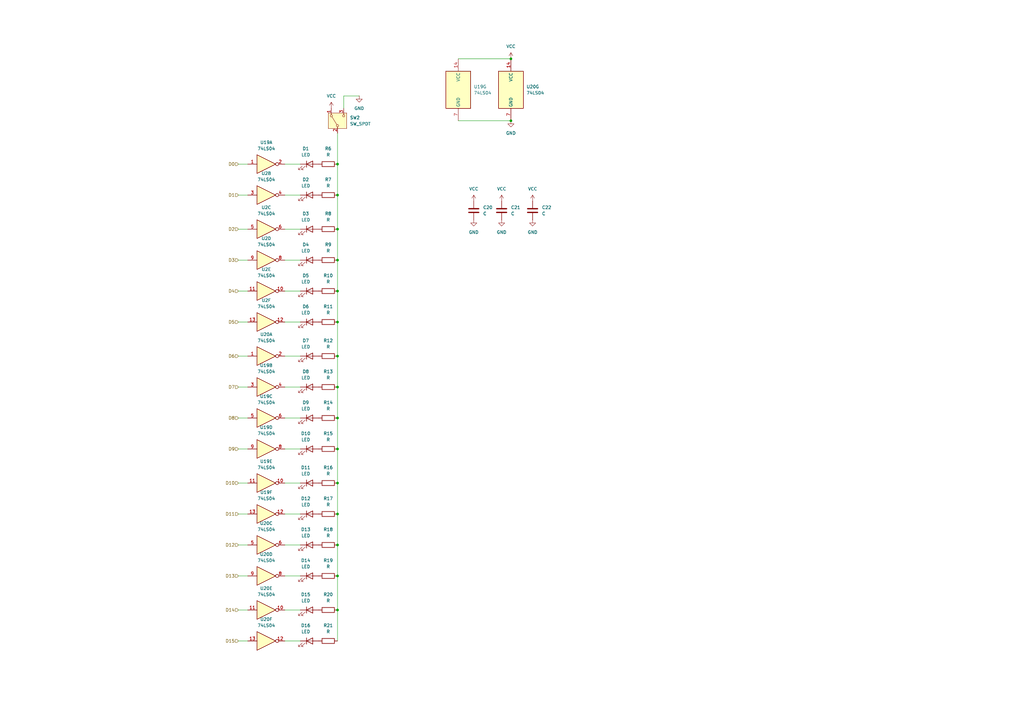
<source format=kicad_sch>
(kicad_sch (version 20231120) (generator "eeschema") (generator_version "8.0")
  (paper "A3")
  (lib_symbols
    (symbol "74xx:74LS04"
      (property "Reference" "U" (at 0 1.27 0))
      (property "Value" "74LS04" (at 0 -1.27 0))
      (symbol "74LS04_1_0"
        (polyline (pts (xy -3.81 3.81) (xy -3.81 -3.81) (xy 3.81 0) (xy -3.81 3.81)) (stroke (width 0.254)) (fill (type background)))
        (pin input line (at -7.62 0 0) (length 3.81) (name "~") (number "1"))
        (pin output inverted (at 7.62 0 180) (length 3.81) (name "~") (number "2"))
      )
      (symbol "74LS04_2_0"
        (polyline (pts (xy -3.81 3.81) (xy -3.81 -3.81) (xy 3.81 0) (xy -3.81 3.81)) (stroke (width 0.254)) (fill (type background)))
        (pin input line (at -7.62 0 0) (length 3.81) (name "~") (number "3"))
        (pin output inverted (at 7.62 0 180) (length 3.81) (name "~") (number "4"))
      )
      (symbol "74LS04_3_0"
        (polyline (pts (xy -3.81 3.81) (xy -3.81 -3.81) (xy 3.81 0) (xy -3.81 3.81)) (stroke (width 0.254)) (fill (type background)))
        (pin input line (at -7.62 0 0) (length 3.81) (name "~") (number "5"))
        (pin output inverted (at 7.62 0 180) (length 3.81) (name "~") (number "6"))
      )
      (symbol "74LS04_4_0"
        (polyline (pts (xy -3.81 3.81) (xy -3.81 -3.81) (xy 3.81 0) (xy -3.81 3.81)) (stroke (width 0.254)) (fill (type background)))
        (pin output inverted (at 7.62 0 180) (length 3.81) (name "~") (number "8"))
        (pin input line (at -7.62 0 0) (length 3.81) (name "~") (number "9"))
      )
      (symbol "74LS04_5_0"
        (polyline (pts (xy -3.81 3.81) (xy -3.81 -3.81) (xy 3.81 0) (xy -3.81 3.81)) (stroke (width 0.254)) (fill (type background)))
        (pin output inverted (at 7.62 0 180) (length 3.81) (name "~") (number "10"))
        (pin input line (at -7.62 0 0) (length 3.81) (name "~") (number "11"))
      )
      (symbol "74LS04_6_0"
        (polyline (pts (xy -3.81 3.81) (xy -3.81 -3.81) (xy 3.81 0) (xy -3.81 3.81)) (stroke (width 0.254)) (fill (type background)))
        (pin output inverted (at 7.62 0 180) (length 3.81) (name "~") (number "12"))
        (pin input line (at -7.62 0 0) (length 3.81) (name "~") (number "13"))
      )
      (symbol "74LS04_7_0"
        (pin power_in line (at 0 12.7 270) (length 5.08) (name "VCC") (number "14"))
        (pin power_in line (at 0 -12.7 90) (length 5.08) (name "GND") (number "7"))
      )
      (symbol "74LS04_7_1"
        (rectangle (start -5.08 7.62) (end 5.08 -7.62) (stroke (width 0.254)) (fill (type background)))
      )
    )
    (symbol "Device:C" (pin_numbers hide) (pin_names (offset 0.254))
      (property "Reference" "C" (at 0.635 2.54 0))
      (property "Value" "C" (at 0.635 -2.54 0))
      (symbol "C_0_1"
        (polyline (pts (xy -2.032 -0.762) (xy 2.032 -0.762)) (stroke (width 0.508)))
        (polyline (pts (xy -2.032 0.762) (xy 2.032 0.762)) (stroke (width 0.508)))
      )
      (symbol "C_1_1"
        (pin passive line (at 0 3.81 270) (length 2.794) (name "~") (number "1"))
        (pin passive line (at 0 -3.81 90) (length 2.794) (name "~") (number "2"))
      )
    )
    (symbol "Device:LED" (pin_numbers hide) (pin_names (offset 1.016) hide)
      (property "Reference" "D" (at 0 2.54 0))
      (property "Value" "LED" (at 0 -2.54 0))
      (symbol "LED_0_1"
        (polyline (pts (xy -1.27 -1.27) (xy -1.27 1.27)) (stroke (width 0.254)))
        (polyline (pts (xy -1.27 0) (xy 1.27 0)))
        (polyline (pts (xy 1.27 -1.27) (xy 1.27 1.27) (xy -1.27 0) (xy 1.27 -1.27)) (stroke (width 0.254)))
        (polyline (pts (xy -3.048 -0.762) (xy -4.572 -2.286) (xy -3.81 -2.286) (xy -4.572 -2.286) (xy -4.572 -1.524)))
        (polyline (pts (xy -1.778 -0.762) (xy -3.302 -2.286) (xy -2.54 -2.286) (xy -3.302 -2.286) (xy -3.302 -1.524)))
      )
      (symbol "LED_1_1"
        (pin passive line (at -3.81 0 0) (length 2.54) (name "K") (number "1"))
        (pin passive line (at 3.81 0 180) (length 2.54) (name "A") (number "2"))
      )
    )
    (symbol "Device:R" (pin_numbers hide) (pin_names (offset 0))
      (property "Reference" "R" (at 2.032 0 90))
      (property "Value" "R" (at 0 0 90))
      (symbol "R_0_1"
        (rectangle (start -1.016 -2.54) (end 1.016 2.54) (stroke (width 0.254)))
      )
      (symbol "R_1_1"
        (pin passive line (at 0 3.81 270) (length 1.27) (name "~") (number "1"))
        (pin passive line (at 0 -3.81 90) (length 1.27) (name "~") (number "2"))
      )
    )
    (symbol "Switch:SW_SPDT" (pin_names (offset 0) hide)
      (property "Reference" "SW" (at 0 5.08 0))
      (property "Value" "SW_SPDT" (at 0 -5.08 0))
      (symbol "SW_SPDT_0_1"
        (circle (center -2.032 0) (radius 0.4572))
        (polyline (pts (xy -1.651 0.254) (xy 1.651 2.286)))
        (circle (center 2.032 -2.54) (radius 0.4572))
        (circle (center 2.032 2.54) (radius 0.4572))
      )
      (symbol "SW_SPDT_1_1"
        (rectangle (start -3.175 3.81) (end 3.175 -3.81) (fill (type background)))
        (pin passive line (at 5.08 2.54 180) (length 2.54) (name "A") (number "1"))
        (pin passive line (at -5.08 0 0) (length 2.54) (name "B") (number "2"))
        (pin passive line (at 5.08 -2.54 180) (length 2.54) (name "C") (number "3"))
      )
    )
    (symbol "power:GND" (power) (pin_numbers hide) (pin_names (offset 0) hide)
      (property "Value" "GND" (at 0 -3.81 0))
      (symbol "GND_0_1"
        (polyline (pts (xy 0 0) (xy 0 -1.27) (xy 1.27 -1.27) (xy 0 -2.54) (xy -1.27 -1.27) (xy 0 -1.27)))
      )
      (symbol "GND_1_1"
        (pin power_in line (at 0 0 270) (length 0) (name "~") (number "1"))
      )
    )
    (symbol "power:VCC" (power) (pin_numbers hide) (pin_names (offset 0) hide)
      (property "Value" "VCC" (at 0 3.556 0))
      (symbol "VCC_0_1"
        (polyline (pts (xy -0.762 1.27) (xy 0 2.54)))
        (polyline (pts (xy 0 0) (xy 0 2.54)))
        (polyline (pts (xy 0 2.54) (xy 0.762 1.27)))
      )
      (symbol "VCC_1_1"
        (pin power_in line (at 0 0 90) (length 0) (name "~") (number "1"))
      )
    )
  )
  (junction (at 138.43 146.05))
  (junction (at 138.43 171.45))
  (junction (at 138.43 106.68))
  (junction (at 138.43 67.31))
  (junction (at 138.43 210.82))
  (junction (at 138.43 158.75))
  (junction (at 138.43 250.19))
  (junction (at 138.43 119.38))
  (junction (at 138.43 236.22))
  (junction (at 138.43 184.15))
  (junction (at 209.55 49.53))
  (junction (at 138.43 223.52))
  (junction (at 138.43 198.12))
  (junction (at 138.43 93.98))
  (junction (at 138.43 132.08))
  (junction (at 138.43 80.01))
  (junction (at 209.55 24.13))
  (wire (pts (xy 138.43 171.45) (xy 138.43 184.15)))
  (wire (pts (xy 138.43 158.75) (xy 138.43 171.45)))
  (wire (pts (xy 116.84 132.08) (xy 123.19 132.08)))
  (wire (pts (xy 116.84 106.68) (xy 123.19 106.68)))
  (wire (pts (xy 116.84 67.31) (xy 123.19 67.31)))
  (wire (pts (xy 116.84 80.01) (xy 123.19 80.01)))
  (wire (pts (xy 138.43 132.08) (xy 138.43 146.05)))
  (wire (pts (xy 97.79 262.89) (xy 101.6 262.89)))
  (wire (pts (xy 138.43 67.31) (xy 138.43 80.01)))
  (wire (pts (xy 116.84 250.19) (xy 123.19 250.19)))
  (wire (pts (xy 97.79 184.15) (xy 101.6 184.15)))
  (wire (pts (xy 116.84 210.82) (xy 123.19 210.82)))
  (wire (pts (xy 138.43 184.15) (xy 138.43 198.12)))
  (wire (pts (xy 97.79 198.12) (xy 101.6 198.12)))
  (wire (pts (xy 97.79 223.52) (xy 101.6 223.52)))
  (wire (pts (xy 116.84 171.45) (xy 123.19 171.45)))
  (wire (pts (xy 116.84 146.05) (xy 123.19 146.05)))
  (wire (pts (xy 138.43 250.19) (xy 138.43 262.89)))
  (wire (pts (xy 97.79 210.82) (xy 101.6 210.82)))
  (wire (pts (xy 116.84 236.22) (xy 123.19 236.22)))
  (wire (pts (xy 97.79 146.05) (xy 101.6 146.05)))
  (wire (pts (xy 187.96 49.53) (xy 209.55 49.53)))
  (wire (pts (xy 138.43 236.22) (xy 138.43 250.19)))
  (wire (pts (xy 138.43 223.52) (xy 138.43 236.22)))
  (wire (pts (xy 97.79 93.98) (xy 101.6 93.98)))
  (wire (pts (xy 138.43 93.98) (xy 138.43 106.68)))
  (wire (pts (xy 97.79 236.22) (xy 101.6 236.22)))
  (wire (pts (xy 116.84 119.38) (xy 123.19 119.38)))
  (wire (pts (xy 187.96 24.13) (xy 209.55 24.13)))
  (wire (pts (xy 138.43 146.05) (xy 138.43 158.75)))
  (wire (pts (xy 97.79 171.45) (xy 101.6 171.45)))
  (wire (pts (xy 116.84 158.75) (xy 123.19 158.75)))
  (wire (pts (xy 97.79 106.68) (xy 101.6 106.68)))
  (wire (pts (xy 97.79 132.08) (xy 101.6 132.08)))
  (wire (pts (xy 97.79 158.75) (xy 101.6 158.75)))
  (wire (pts (xy 138.43 80.01) (xy 138.43 93.98)))
  (wire (pts (xy 116.84 184.15) (xy 123.19 184.15)))
  (wire (pts (xy 140.97 44.45) (xy 140.97 39.37)))
  (wire (pts (xy 138.43 54.61) (xy 138.43 67.31)))
  (wire (pts (xy 116.84 198.12) (xy 123.19 198.12)))
  (wire (pts (xy 138.43 119.38) (xy 138.43 132.08)))
  (wire (pts (xy 116.84 262.89) (xy 123.19 262.89)))
  (wire (pts (xy 138.43 106.68) (xy 138.43 119.38)))
  (wire (pts (xy 116.84 93.98) (xy 123.19 93.98)))
  (wire (pts (xy 97.79 119.38) (xy 101.6 119.38)))
  (wire (pts (xy 140.97 39.37) (xy 147.32 39.37)))
  (wire (pts (xy 97.79 80.01) (xy 101.6 80.01)))
  (wire (pts (xy 138.43 210.82) (xy 138.43 223.52)))
  (wire (pts (xy 97.79 67.31) (xy 101.6 67.31)))
  (wire (pts (xy 97.79 250.19) (xy 101.6 250.19)))
  (wire (pts (xy 116.84 223.52) (xy 123.19 223.52)))
  (wire (pts (xy 138.43 198.12) (xy 138.43 210.82)))
  (hierarchical_label "D5" (shape input) (at 97.79 132.08 180))
  (hierarchical_label "D6" (shape input) (at 97.79 146.05 180))
  (hierarchical_label "D2" (shape input) (at 97.79 93.98 180))
  (hierarchical_label "D14" (shape input) (at 97.79 250.19 180))
  (hierarchical_label "D15" (shape input) (at 97.79 262.89 180))
  (hierarchical_label "D0" (shape input) (at 97.79 67.31 180))
  (hierarchical_label "D7" (shape input) (at 97.79 158.75 180))
  (hierarchical_label "D10" (shape input) (at 97.79 198.12 180))
  (hierarchical_label "D13" (shape input) (at 97.79 236.22 180))
  (hierarchical_label "D1" (shape input) (at 97.79 80.01 180))
  (hierarchical_label "D4" (shape input) (at 97.79 119.38 180))
  (hierarchical_label "D8" (shape input) (at 97.79 171.45 180))
  (hierarchical_label "D12" (shape input) (at 97.79 223.52 180))
  (hierarchical_label "D11" (shape input) (at 97.79 210.82 180))
  (hierarchical_label "D3" (shape input) (at 97.79 106.68 180))
  (hierarchical_label "D9" (shape input) (at 97.79 184.15 180))
  (symbol (lib_id "Device:R") (at 134.62 106.68 90) (unit 1)
    (property "Reference" "R9" (at 134.62 100.33 90))
    (property "Value" "R" (at 134.62 102.87 90))
    (property "Footprint" "Resistor_SMD:R_0805_2012Metric" (effects (hide yes)))
    (property "Description" "Resistor" (effects (hide yes)))
    (instances (project "pcb_proc_ram" (path "" (reference "R9") (unit 1)) (path "" (reference "R25") (unit 1))) (project "" (path "" (reference "R?") (unit 1))))
  )
  (symbol (lib_id "Device:C") (at 205.74 86.36 0) (unit 1)
    (property "Reference" "C21" (at 209.55 85.0899 0) (effects (justify left)))
    (property "Value" "C" (at 209.55 87.6299 0) (effects (justify left)))
    (property "Footprint" "Capacitor_SMD:C_0805_2012Metric" (effects (hide yes)))
    (property "Description" "Unpolarized capacitor" (effects (hide yes)))
    (instances (project "pcb_proc_ram" (path "" (reference "C21") (unit 1)) (path "" (reference "C24") (unit 1))) (project "" (path "" (reference "C?") (unit 1))))
  )
  (symbol (lib_id "Device:R") (at 134.62 262.89 90) (unit 1)
    (property "Reference" "R21" (at 134.62 256.54 90))
    (property "Value" "R" (at 134.62 259.08 90))
    (property "Footprint" "Resistor_SMD:R_0805_2012Metric" (effects (hide yes)))
    (property "Description" "Resistor" (effects (hide yes)))
    (instances (project "pcb_proc_ram" (path "" (reference "R21") (unit 1)) (path "" (reference "R37") (unit 1))) (project "" (path "" (reference "R?") (unit 1))))
  )
  (symbol (lib_id "Device:LED") (at 127 158.75 0) (unit 1)
    (property "Reference" "D8" (at 125.4125 152.4 0))
    (property "Value" "LED" (at 125.4125 154.94 0))
    (property "Footprint" "LED_THT:LED_Rectangular_W5.0mm_H2.0mm" (effects (hide yes)))
    (property "Description" "Light emitting diode" (effects (hide yes)))
    (instances (project "pcb_proc_ram" (path "" (reference "D8") (unit 1)) (path "" (reference "D24") (unit 1))) (project "" (path "" (reference "D?") (unit 1))))
  )
  (symbol (lib_id "Device:R") (at 134.62 93.98 90) (unit 1)
    (property "Reference" "R8" (at 134.62 87.63 90))
    (property "Value" "R" (at 134.62 90.17 90))
    (property "Footprint" "Resistor_SMD:R_0805_2012Metric" (effects (hide yes)))
    (property "Description" "Resistor" (effects (hide yes)))
    (instances (project "pcb_proc_ram" (path "" (reference "R8") (unit 1)) (path "" (reference "R24") (unit 1))) (project "" (path "" (reference "R?") (unit 1))))
  )
  (symbol (lib_id "power:GND") (at 209.55 49.53 0) (unit 1)
    (property "Reference" "#PWR0102" (effects (hide yes)))
    (property "Value" "GND" (at 209.55 54.61 0))
    (property "Description" "Power symbol creates a global label with name \"GND\" , ground" (effects (hide yes)))
    (instances (project "pcb_proc_ram" (path "" (reference "#PWR0102") (unit 1)) (path "" (reference "#PWR0112") (unit 1))) (project "" (path "" (reference "#PWR?") (unit 1))))
  )
  (symbol (lib_id "74xx:74LS04") (at 209.55 36.83 0) (unit 7)
    (property "Reference" "U20" (at 215.9 35.5599 0) (effects (justify left)))
    (property "Value" "74LS04" (at 215.9 38.0999 0) (effects (justify left)))
    (property "Footprint" "Package_DIP:DIP-14_W7.62mm_Socket_LongPads" (effects (hide yes)))
    (property "Datasheet" "http://www.ti.com/lit/gpn/sn74LS04" (effects (hide yes)))
    (property "Description" "Hex Inverter" (effects (hide yes)))
    (instances (project "pcb_proc_ram" (path "" (reference "U20") (unit 7)) (path "" (reference "U23") (unit 7))) (project "" (path "" (reference "U?") (unit 7))))
  )
  (symbol (lib_id "Device:LED") (at 127 262.89 0) (unit 1)
    (property "Reference" "D16" (at 125.4125 256.54 0))
    (property "Value" "LED" (at 125.4125 259.08 0))
    (property "Footprint" "LED_THT:LED_Rectangular_W5.0mm_H2.0mm" (effects (hide yes)))
    (property "Description" "Light emitting diode" (effects (hide yes)))
    (instances (project "pcb_proc_ram" (path "" (reference "D16") (unit 1)) (path "" (reference "D32") (unit 1))) (project "" (path "" (reference "D?") (unit 1))))
  )
  (symbol (lib_id "Device:LED") (at 127 132.08 0) (unit 1)
    (property "Reference" "D6" (at 125.4125 125.73 0))
    (property "Value" "LED" (at 125.4125 128.27 0))
    (property "Footprint" "LED_THT:LED_Rectangular_W5.0mm_H2.0mm" (effects (hide yes)))
    (property "Description" "Light emitting diode" (effects (hide yes)))
    (instances (project "pcb_proc_ram" (path "" (reference "D6") (unit 1)) (path "" (reference "D22") (unit 1))) (project "" (path "" (reference "D?") (unit 1))))
  )
  (symbol (lib_id "Device:LED") (at 127 171.45 0) (unit 1)
    (property "Reference" "D9" (at 125.4125 165.1 0))
    (property "Value" "LED" (at 125.4125 167.64 0))
    (property "Footprint" "LED_THT:LED_Rectangular_W5.0mm_H2.0mm" (effects (hide yes)))
    (property "Description" "Light emitting diode" (effects (hide yes)))
    (instances (project "pcb_proc_ram" (path "" (reference "D9") (unit 1)) (path "" (reference "D25") (unit 1))) (project "" (path "" (reference "D?") (unit 1))))
  )
  (symbol (lib_id "power:VCC") (at 209.55 24.13 0) (unit 1)
    (property "Reference" "#PWR099" (effects (hide yes)))
    (property "Value" "VCC" (at 209.55 19.05 0))
    (property "Description" "Power symbol creates a global label with name \"VCC\"" (effects (hide yes)))
    (instances (project "pcb_proc_ram" (path "" (reference "#PWR099") (unit 1)) (path "" (reference "#PWR0109") (unit 1))) (project "" (path "" (reference "#PWR?") (unit 1))))
  )
  (symbol (lib_id "Device:R") (at 134.62 132.08 90) (unit 1)
    (property "Reference" "R11" (at 134.62 125.73 90))
    (property "Value" "R" (at 134.62 128.27 90))
    (property "Footprint" "Resistor_SMD:R_0805_2012Metric" (effects (hide yes)))
    (property "Description" "Resistor" (effects (hide yes)))
    (instances (project "pcb_proc_ram" (path "" (reference "R11") (unit 1)) (path "" (reference "R27") (unit 1))) (project "" (path "" (reference "R?") (unit 1))))
  )
  (symbol (lib_id "power:GND") (at 218.44 90.17 0) (unit 1)
    (property "Reference" "#PWR0108" (effects (hide yes)))
    (property "Value" "GND" (at 218.44 95.25 0))
    (property "Description" "Power symbol creates a global label with name \"GND\" , ground" (effects (hide yes)))
    (instances (project "pcb_proc_ram" (path "" (reference "#PWR0108") (unit 1)) (path "" (reference "#PWR0118") (unit 1))) (project "" (path "" (reference "#PWR?") (unit 1))))
  )
  (symbol (lib_id "74xx:74LS04") (at 109.22 67.31 0) (unit 1)
    (property "Reference" "U19" (at 109.22 58.42 0))
    (property "Value" "74LS04" (at 109.22 60.96 0))
    (property "Footprint" "Package_DIP:DIP-14_W7.62mm_Socket_LongPads" (effects (hide yes)))
    (property "Datasheet" "http://www.ti.com/lit/gpn/sn74LS04" (effects (hide yes)))
    (property "Description" "Hex Inverter" (effects (hide yes)))
    (instances (project "pcb_proc_ram" (path "" (reference "U19") (unit 1)) (path "" (reference "U21") (unit 1))) (project "" (path "" (reference "U?") (unit 1))))
  )
  (symbol (lib_id "power:GND") (at 194.31 90.17 0) (unit 1)
    (property "Reference" "#PWR0106" (effects (hide yes)))
    (property "Value" "GND" (at 194.31 95.25 0))
    (property "Description" "Power symbol creates a global label with name \"GND\" , ground" (effects (hide yes)))
    (instances (project "pcb_proc_ram" (path "" (reference "#PWR0106") (unit 1)) (path "" (reference "#PWR0116") (unit 1))) (project "" (path "" (reference "#PWR?") (unit 1))))
  )
  (symbol (lib_id "74xx:74LS04") (at 187.96 36.83 0) (unit 7)
    (property "Reference" "U19" (at 194.31 35.5599 0) (effects (justify left)))
    (property "Value" "74LS04" (at 194.31 38.0999 0) (effects (justify left)))
    (property "Footprint" "Package_DIP:DIP-14_W7.62mm_Socket_LongPads" (effects (hide yes)))
    (property "Datasheet" "http://www.ti.com/lit/gpn/sn74LS04" (effects (hide yes)))
    (property "Description" "Hex Inverter" (effects (hide yes)))
    (instances (project "pcb_proc_ram" (path "" (reference "U19") (unit 7)) (path "" (reference "U22") (unit 7))) (project "" (path "" (reference "U?") (unit 7))))
  )
  (symbol (lib_id "Device:LED") (at 127 106.68 0) (unit 1)
    (property "Reference" "D4" (at 125.4125 100.33 0))
    (property "Value" "LED" (at 125.4125 102.87 0))
    (property "Footprint" "LED_THT:LED_Rectangular_W5.0mm_H2.0mm" (effects (hide yes)))
    (property "Description" "Light emitting diode" (effects (hide yes)))
    (instances (project "pcb_proc_ram" (path "" (reference "D4") (unit 1)) (path "" (reference "D20") (unit 1))) (project "" (path "" (reference "D?") (unit 1))))
  )
  (symbol (lib_id "74xx:74LS04") (at 109.22 146.05 0) (unit 1)
    (property "Reference" "U20" (at 109.22 137.16 0))
    (property "Value" "74LS04" (at 109.22 139.7 0))
    (property "Footprint" "Package_DIP:DIP-14_W7.62mm_LongPads" (effects (hide yes)))
    (property "Datasheet" "http://www.ti.com/lit/gpn/sn74LS04" (effects (hide yes)))
    (property "Description" "Hex Inverter" (effects (hide yes)))
    (instances (project "pcb_proc_ram" (path "" (reference "U20") (unit 1)) (path "" (reference "U22") (unit 1))) (project "" (path "" (reference "U?") (unit 1))))
  )
  (symbol (lib_id "power:VCC") (at 205.74 82.55 0) (unit 1)
    (property "Reference" "#PWR0104" (effects (hide yes)))
    (property "Value" "VCC" (at 205.74 77.47 0))
    (property "Description" "Power symbol creates a global label with name \"VCC\"" (effects (hide yes)))
    (instances (project "pcb_proc_ram" (path "" (reference "#PWR0104") (unit 1)) (path "" (reference "#PWR0114") (unit 1))) (project "" (path "" (reference "#PWR?") (unit 1))))
  )
  (symbol (lib_id "power:VCC") (at 135.89 44.45 0) (unit 1)
    (property "Reference" "#PWR0101" (effects (hide yes)))
    (property "Value" "VCC" (at 135.89 39.37 0))
    (property "Description" "Power symbol creates a global label with name \"VCC\"" (effects (hide yes)))
    (instances (project "pcb_proc_ram" (path "" (reference "#PWR0101") (unit 1)) (path "" (reference "#PWR0111") (unit 1))) (project "" (path "" (reference "#PWR?") (unit 1))))
  )
  (symbol (lib_id "Device:R") (at 134.62 223.52 90) (unit 1)
    (property "Reference" "R18" (at 134.62 217.17 90))
    (property "Value" "R" (at 134.62 219.71 90))
    (property "Footprint" "Resistor_SMD:R_0805_2012Metric" (effects (hide yes)))
    (property "Description" "Resistor" (effects (hide yes)))
    (instances (project "pcb_proc_ram" (path "" (reference "R18") (unit 1)) (path "" (reference "R34") (unit 1))) (project "" (path "" (reference "R?") (unit 1))))
  )
  (symbol (lib_id "Device:R") (at 134.62 80.01 90) (unit 1)
    (property "Reference" "R7" (at 134.62 73.66 90))
    (property "Value" "R" (at 134.62 76.2 90))
    (property "Footprint" "Resistor_SMD:R_0805_2012Metric" (effects (hide yes)))
    (property "Description" "Resistor" (effects (hide yes)))
    (instances (project "pcb_proc_ram" (path "" (reference "R7") (unit 1)) (path "" (reference "R23") (unit 1))) (project "" (path "" (reference "R?") (unit 1))))
  )
  (symbol (lib_id "74xx:74LS04") (at 109.22 106.68 0) (unit 4)
    (property "Reference" "U2" (at 109.22 97.79 0))
    (property "Value" "74LS04" (at 109.22 100.33 0))
    (property "Footprint" "Package_DIP:DIP-14_W7.62mm_Socket_LongPads" (effects (hide yes)))
    (property "Datasheet" "http://www.ti.com/lit/gpn/sn74LS04" (effects (hide yes)))
    (property "Description" "Hex Inverter" (effects (hide yes)))
    (instances (project "pcb_proc_ram" (path "" (reference "U2") (unit 4)) (path "" (reference "U21") (unit 4))) (project "" (path "" (reference "U?") (unit 4))))
  )
  (symbol (lib_id "Device:R") (at 134.62 184.15 90) (unit 1)
    (property "Reference" "R15" (at 134.62 177.8 90))
    (property "Value" "R" (at 134.62 180.34 90))
    (property "Footprint" "Resistor_SMD:R_0805_2012Metric" (effects (hide yes)))
    (property "Description" "Resistor" (effects (hide yes)))
    (instances (project "pcb_proc_ram" (path "" (reference "R15") (unit 1)) (path "" (reference "R31") (unit 1))) (project "" (path "" (reference "R?") (unit 1))))
  )
  (symbol (lib_id "Device:LED") (at 127 236.22 0) (unit 1)
    (property "Reference" "D14" (at 125.4125 229.87 0))
    (property "Value" "LED" (at 125.4125 232.41 0))
    (property "Footprint" "LED_THT:LED_Rectangular_W5.0mm_H2.0mm" (effects (hide yes)))
    (property "Description" "Light emitting diode" (effects (hide yes)))
    (instances (project "pcb_proc_ram" (path "" (reference "D14") (unit 1)) (path "" (reference "D30") (unit 1))) (project "" (path "" (reference "D?") (unit 1))))
  )
  (symbol (lib_id "74xx:74LS04") (at 109.22 198.12 0) (unit 5)
    (property "Reference" "U19" (at 109.22 189.23 0))
    (property "Value" "74LS04" (at 109.22 191.77 0))
    (property "Footprint" "Package_DIP:DIP-14_W7.62mm_LongPads" (effects (hide yes)))
    (property "Datasheet" "http://www.ti.com/lit/gpn/sn74LS04" (effects (hide yes)))
    (property "Description" "Hex Inverter" (effects (hide yes)))
    (instances (project "pcb_proc_ram" (path "" (reference "U19") (unit 5)) (path "" (reference "U22") (unit 5))) (project "" (path "" (reference "U?") (unit 5))))
  )
  (symbol (lib_id "power:GND") (at 147.32 39.37 0) (unit 1)
    (property "Reference" "#PWR0100" (effects (hide yes)))
    (property "Value" "GND" (at 147.32 44.45 0))
    (property "Description" "Power symbol creates a global label with name \"GND\" , ground" (effects (hide yes)))
    (instances (project "pcb_proc_ram" (path "" (reference "#PWR0100") (unit 1)) (path "" (reference "#PWR0110") (unit 1))) (project "" (path "" (reference "#PWR?") (unit 1))))
  )
  (symbol (lib_id "power:VCC") (at 218.44 82.55 0) (unit 1)
    (property "Reference" "#PWR0105" (effects (hide yes)))
    (property "Value" "VCC" (at 218.44 77.47 0))
    (property "Description" "Power symbol creates a global label with name \"VCC\"" (effects (hide yes)))
    (instances (project "pcb_proc_ram" (path "" (reference "#PWR0105") (unit 1)) (path "" (reference "#PWR0115") (unit 1))) (project "" (path "" (reference "#PWR?") (unit 1))))
  )
  (symbol (lib_id "Device:LED") (at 127 119.38 0) (unit 1)
    (property "Reference" "D5" (at 125.4125 113.03 0))
    (property "Value" "LED" (at 125.4125 115.57 0))
    (property "Footprint" "LED_THT:LED_Rectangular_W5.0mm_H2.0mm" (effects (hide yes)))
    (property "Description" "Light emitting diode" (effects (hide yes)))
    (instances (project "pcb_proc_ram" (path "" (reference "D5") (unit 1)) (path "" (reference "D21") (unit 1))) (project "" (path "" (reference "D?") (unit 1))))
  )
  (symbol (lib_id "Device:LED") (at 127 223.52 0) (unit 1)
    (property "Reference" "D13" (at 125.4125 217.17 0))
    (property "Value" "LED" (at 125.4125 219.71 0))
    (property "Footprint" "LED_THT:LED_Rectangular_W5.0mm_H2.0mm" (effects (hide yes)))
    (property "Description" "Light emitting diode" (effects (hide yes)))
    (instances (project "pcb_proc_ram" (path "" (reference "D13") (unit 1)) (path "" (reference "D29") (unit 1))) (project "" (path "" (reference "D?") (unit 1))))
  )
  (symbol (lib_id "74xx:74LS04") (at 109.22 262.89 0) (unit 6)
    (property "Reference" "U20" (at 109.22 254 0))
    (property "Value" "74LS04" (at 109.22 256.54 0))
    (property "Footprint" "Package_DIP:DIP-14_W7.62mm_Socket_LongPads" (effects (hide yes)))
    (property "Datasheet" "http://www.ti.com/lit/gpn/sn74LS04" (effects (hide yes)))
    (property "Description" "Hex Inverter" (effects (hide yes)))
    (instances (project "pcb_proc_ram" (path "" (reference "U20") (unit 6)) (path "" (reference "U23") (unit 6))) (project "" (path "" (reference "U?") (unit 6))))
  )
  (symbol (lib_id "Device:C") (at 194.31 86.36 0) (unit 1)
    (property "Reference" "C20" (at 198.12 85.0899 0) (effects (justify left)))
    (property "Value" "C" (at 198.12 87.6299 0) (effects (justify left)))
    (property "Footprint" "Capacitor_SMD:C_0805_2012Metric" (effects (hide yes)))
    (property "Description" "Unpolarized capacitor" (effects (hide yes)))
    (instances (project "pcb_proc_ram" (path "" (reference "C20") (unit 1)) (path "" (reference "C23") (unit 1))) (project "" (path "" (reference "C?") (unit 1))))
  )
  (symbol (lib_id "Device:R") (at 134.62 67.31 90) (unit 1)
    (property "Reference" "R6" (at 134.62 60.96 90))
    (property "Value" "R" (at 134.62 63.5 90))
    (property "Footprint" "Resistor_SMD:R_0805_2012Metric" (effects (hide yes)))
    (property "Description" "Resistor" (effects (hide yes)))
    (instances (project "" (path "" (reference "R6") (unit 1)) (path "" (reference "R22") (unit 1))) (project "" (path "" (reference "R?") (unit 1))))
  )
  (symbol (lib_id "power:VCC") (at 194.31 82.55 0) (unit 1)
    (property "Reference" "#PWR0103" (effects (hide yes)))
    (property "Value" "VCC" (at 194.31 77.47 0))
    (property "Description" "Power symbol creates a global label with name \"VCC\"" (effects (hide yes)))
    (instances (project "pcb_proc_ram" (path "" (reference "#PWR0103") (unit 1)) (path "" (reference "#PWR0113") (unit 1))) (project "" (path "" (reference "#PWR?") (unit 1))))
  )
  (symbol (lib_id "Device:R") (at 134.62 198.12 90) (unit 1)
    (property "Reference" "R16" (at 134.62 191.77 90))
    (property "Value" "R" (at 134.62 194.31 90))
    (property "Footprint" "Resistor_SMD:R_0805_2012Metric" (effects (hide yes)))
    (property "Description" "Resistor" (effects (hide yes)))
    (instances (project "pcb_proc_ram" (path "" (reference "R16") (unit 1)) (path "" (reference "R32") (unit 1))) (project "" (path "" (reference "R?") (unit 1))))
  )
  (symbol (lib_id "74xx:74LS04") (at 109.22 119.38 0) (unit 5)
    (property "Reference" "U2" (at 109.22 110.49 0))
    (property "Value" "74LS04" (at 109.22 113.03 0))
    (property "Footprint" "Package_DIP:DIP-14_W7.62mm_Socket_LongPads" (effects (hide yes)))
    (property "Datasheet" "http://www.ti.com/lit/gpn/sn74LS04" (effects (hide yes)))
    (property "Description" "Hex Inverter" (effects (hide yes)))
    (instances (project "pcb_proc_ram" (path "" (reference "U2") (unit 5)) (path "" (reference "U21") (unit 5))) (project "" (path "" (reference "U?") (unit 5))))
  )
  (symbol (lib_id "Device:R") (at 134.62 210.82 90) (unit 1)
    (property "Reference" "R17" (at 134.62 204.47 90))
    (property "Value" "R" (at 134.62 207.01 90))
    (property "Footprint" "Resistor_SMD:R_0805_2012Metric" (effects (hide yes)))
    (property "Description" "Resistor" (effects (hide yes)))
    (instances (project "pcb_proc_ram" (path "" (reference "R17") (unit 1)) (path "" (reference "R33") (unit 1))) (project "" (path "" (reference "R?") (unit 1))))
  )
  (symbol (lib_id "Device:LED") (at 127 198.12 0) (unit 1)
    (property "Reference" "D11" (at 125.4125 191.77 0))
    (property "Value" "LED" (at 125.4125 194.31 0))
    (property "Footprint" "LED_THT:LED_Rectangular_W5.0mm_H2.0mm" (effects (hide yes)))
    (property "Description" "Light emitting diode" (effects (hide yes)))
    (instances (project "pcb_proc_ram" (path "" (reference "D11") (unit 1)) (path "" (reference "D27") (unit 1))) (project "" (path "" (reference "D?") (unit 1))))
  )
  (symbol (lib_id "Device:R") (at 134.62 158.75 90) (unit 1)
    (property "Reference" "R13" (at 134.62 152.4 90))
    (property "Value" "R" (at 134.62 154.94 90))
    (property "Footprint" "Resistor_SMD:R_0805_2012Metric" (effects (hide yes)))
    (property "Description" "Resistor" (effects (hide yes)))
    (instances (project "pcb_proc_ram" (path "" (reference "R13") (unit 1)) (path "" (reference "R29") (unit 1))) (project "" (path "" (reference "R?") (unit 1))))
  )
  (symbol (lib_id "74xx:74LS04") (at 109.22 171.45 0) (unit 3)
    (property "Reference" "U19" (at 109.22 162.56 0))
    (property "Value" "74LS04" (at 109.22 165.1 0))
    (property "Footprint" "Package_DIP:DIP-14_W7.62mm_LongPads" (effects (hide yes)))
    (property "Datasheet" "http://www.ti.com/lit/gpn/sn74LS04" (effects (hide yes)))
    (property "Description" "Hex Inverter" (effects (hide yes)))
    (instances (project "pcb_proc_ram" (path "" (reference "U19") (unit 3)) (path "" (reference "U22") (unit 3))) (project "" (path "" (reference "U?") (unit 3))))
  )
  (symbol (lib_id "Switch:SW_SPDT") (at 138.43 49.53 90) (unit 1)
    (property "Reference" "SW2" (at 143.51 48.2599 90) (effects (justify right)))
    (property "Value" "SW_SPDT" (at 143.51 50.7999 90) (effects (justify right)))
    (property "Footprint" "Button_Switch_THT:SW_E-Switch_EG1271_SPDT" (effects (hide yes)))
    (property "Description" "Switch, single pole double throw" (effects (hide yes)))
    (instances (project "pcb_proc_ram" (path "" (reference "SW2") (unit 1)) (path "" (reference "SW3") (unit 1))) (project "" (path "" (reference "SW?") (unit 1))))
  )
  (symbol (lib_id "Device:LED") (at 127 146.05 0) (unit 1)
    (property "Reference" "D7" (at 125.4125 139.7 0))
    (property "Value" "LED" (at 125.4125 142.24 0))
    (property "Footprint" "LED_THT:LED_Rectangular_W5.0mm_H2.0mm" (effects (hide yes)))
    (property "Description" "Light emitting diode" (effects (hide yes)))
    (instances (project "pcb_proc_ram" (path "" (reference "D7") (unit 1)) (path "" (reference "D23") (unit 1))) (project "" (path "" (reference "D?") (unit 1))))
  )
  (symbol (lib_id "Device:C") (at 218.44 86.36 0) (unit 1)
    (property "Reference" "C22" (at 222.25 85.0899 0) (effects (justify left)))
    (property "Value" "C" (at 222.25 87.6299 0) (effects (justify left)))
    (property "Footprint" "Capacitor_SMD:C_0805_2012Metric" (effects (hide yes)))
    (property "Description" "Unpolarized capacitor" (effects (hide yes)))
    (instances (project "pcb_proc_ram" (path "" (reference "C22") (unit 1)) (path "" (reference "C25") (unit 1))) (project "" (path "" (reference "C?") (unit 1))))
  )
  (symbol (lib_id "Device:R") (at 134.62 236.22 90) (unit 1)
    (property "Reference" "R19" (at 134.62 229.87 90))
    (property "Value" "R" (at 134.62 232.41 90))
    (property "Footprint" "Resistor_SMD:R_0805_2012Metric" (effects (hide yes)))
    (property "Description" "Resistor" (effects (hide yes)))
    (instances (project "pcb_proc_ram" (path "" (reference "R19") (unit 1)) (path "" (reference "R35") (unit 1))) (project "" (path "" (reference "R?") (unit 1))))
  )
  (symbol (lib_id "Device:R") (at 134.62 119.38 90) (unit 1)
    (property "Reference" "R10" (at 134.62 113.03 90))
    (property "Value" "R" (at 134.62 115.57 90))
    (property "Footprint" "Resistor_SMD:R_0805_2012Metric" (effects (hide yes)))
    (property "Description" "Resistor" (effects (hide yes)))
    (instances (project "pcb_proc_ram" (path "" (reference "R10") (unit 1)) (path "" (reference "R26") (unit 1))) (project "" (path "" (reference "R?") (unit 1))))
  )
  (symbol (lib_id "Device:LED") (at 127 210.82 0) (unit 1)
    (property "Reference" "D12" (at 125.4125 204.47 0))
    (property "Value" "LED" (at 125.4125 207.01 0))
    (property "Footprint" "LED_THT:LED_Rectangular_W5.0mm_H2.0mm" (effects (hide yes)))
    (property "Description" "Light emitting diode" (effects (hide yes)))
    (instances (project "pcb_proc_ram" (path "" (reference "D12") (unit 1)) (path "" (reference "D28") (unit 1))) (project "" (path "" (reference "D?") (unit 1))))
  )
  (symbol (lib_id "74xx:74LS04") (at 109.22 236.22 0) (unit 4)
    (property "Reference" "U20" (at 109.22 227.33 0))
    (property "Value" "74LS04" (at 109.22 229.87 0))
    (property "Footprint" "Package_DIP:DIP-14_W7.62mm_Socket_LongPads" (effects (hide yes)))
    (property "Datasheet" "http://www.ti.com/lit/gpn/sn74LS04" (effects (hide yes)))
    (property "Description" "Hex Inverter" (effects (hide yes)))
    (instances (project "pcb_proc_ram" (path "" (reference "U20") (unit 4)) (path "" (reference "U23") (unit 4))) (project "" (path "" (reference "U?") (unit 4))))
  )
  (symbol (lib_id "74xx:74LS04") (at 109.22 223.52 0) (unit 3)
    (property "Reference" "U20" (at 109.22 214.63 0))
    (property "Value" "74LS04" (at 109.22 217.17 0))
    (property "Footprint" "Package_DIP:DIP-14_W7.62mm_Socket_LongPads" (effects (hide yes)))
    (property "Datasheet" "http://www.ti.com/lit/gpn/sn74LS04" (effects (hide yes)))
    (property "Description" "Hex Inverter" (effects (hide yes)))
    (instances (project "pcb_proc_ram" (path "" (reference "U20") (unit 3)) (path "" (reference "U23") (unit 3))) (project "" (path "" (reference "U?") (unit 3))))
  )
  (symbol (lib_id "Device:R") (at 134.62 250.19 90) (unit 1)
    (property "Reference" "R20" (at 134.62 243.84 90))
    (property "Value" "R" (at 134.62 246.38 90))
    (property "Footprint" "Resistor_SMD:R_0805_2012Metric" (effects (hide yes)))
    (property "Description" "Resistor" (effects (hide yes)))
    (instances (project "pcb_proc_ram" (path "" (reference "R20") (unit 1)) (path "" (reference "R36") (unit 1))) (project "" (path "" (reference "R?") (unit 1))))
  )
  (symbol (lib_id "Device:R") (at 134.62 171.45 90) (unit 1)
    (property "Reference" "R14" (at 134.62 165.1 90))
    (property "Value" "R" (at 134.62 167.64 90))
    (property "Footprint" "Resistor_SMD:R_0805_2012Metric" (effects (hide yes)))
    (property "Description" "Resistor" (effects (hide yes)))
    (instances (project "pcb_proc_ram" (path "" (reference "R14") (unit 1)) (path "" (reference "R30") (unit 1))) (project "" (path "" (reference "R?") (unit 1))))
  )
  (symbol (lib_id "power:GND") (at 205.74 90.17 0) (unit 1)
    (property "Reference" "#PWR0107" (effects (hide yes)))
    (property "Value" "GND" (at 205.74 95.25 0))
    (property "Description" "Power symbol creates a global label with name \"GND\" , ground" (effects (hide yes)))
    (instances (project "pcb_proc_ram" (path "" (reference "#PWR0107") (unit 1)) (path "" (reference "#PWR0117") (unit 1))) (project "" (path "" (reference "#PWR?") (unit 1))))
  )
  (symbol (lib_id "Device:LED") (at 127 67.31 0) (unit 1)
    (property "Reference" "D1" (at 125.4125 60.96 0))
    (property "Value" "LED" (at 125.4125 63.5 0))
    (property "Footprint" "LED_THT:LED_Rectangular_W5.0mm_H2.0mm" (effects (hide yes)))
    (property "Description" "Light emitting diode" (effects (hide yes)))
    (instances (project "pcb_proc_ram" (path "" (reference "D1") (unit 1)) (path "" (reference "D17") (unit 1))) (project "" (path "" (reference "D?") (unit 1))))
  )
  (symbol (lib_id "74xx:74LS04") (at 109.22 184.15 0) (unit 4)
    (property "Reference" "U19" (at 109.22 175.26 0))
    (property "Value" "74LS04" (at 109.22 177.8 0))
    (property "Footprint" "Package_DIP:DIP-14_W7.62mm_LongPads" (effects (hide yes)))
    (property "Datasheet" "http://www.ti.com/lit/gpn/sn74LS04" (effects (hide yes)))
    (property "Description" "Hex Inverter" (effects (hide yes)))
    (instances (project "pcb_proc_ram" (path "" (reference "U19") (unit 4)) (path "" (reference "U22") (unit 4))) (project "" (path "" (reference "U?") (unit 4))))
  )
  (symbol (lib_id "74xx:74LS04") (at 109.22 80.01 0) (unit 2)
    (property "Reference" "U2" (at 109.22 71.12 0))
    (property "Value" "74LS04" (at 109.22 73.66 0))
    (property "Footprint" "Package_DIP:DIP-14_W7.62mm_LongPads" (effects (hide yes)))
    (property "Datasheet" "http://www.ti.com/lit/gpn/sn74LS04" (effects (hide yes)))
    (property "Description" "Hex Inverter" (effects (hide yes)))
    (instances (project "pcb_proc_ram" (path "" (reference "U2") (unit 2)) (path "" (reference "U20") (unit 2))) (project "" (path "" (reference "U?") (unit 2))))
  )
  (symbol (lib_id "Device:LED") (at 127 184.15 0) (unit 1)
    (property "Reference" "D10" (at 125.4125 177.8 0))
    (property "Value" "LED" (at 125.4125 180.34 0))
    (property "Footprint" "LED_THT:LED_Rectangular_W5.0mm_H2.0mm" (effects (hide yes)))
    (property "Description" "Light emitting diode" (effects (hide yes)))
    (instances (project "pcb_proc_ram" (path "" (reference "D10") (unit 1)) (path "" (reference "D26") (unit 1))) (project "" (path "" (reference "D?") (unit 1))))
  )
  (symbol (lib_id "74xx:74LS04") (at 109.22 250.19 0) (unit 5)
    (property "Reference" "U20" (at 109.22 241.3 0))
    (property "Value" "74LS04" (at 109.22 243.84 0))
    (property "Footprint" "Package_DIP:DIP-14_W7.62mm_Socket_LongPads" (effects (hide yes)))
    (property "Datasheet" "http://www.ti.com/lit/gpn/sn74LS04" (effects (hide yes)))
    (property "Description" "Hex Inverter" (effects (hide yes)))
    (instances (project "pcb_proc_ram" (path "" (reference "U20") (unit 5)) (path "" (reference "U23") (unit 5))) (project "" (path "" (reference "U?") (unit 5))))
  )
  (symbol (lib_id "Device:R") (at 134.62 146.05 90) (unit 1)
    (property "Reference" "R12" (at 134.62 139.7 90))
    (property "Value" "R" (at 134.62 142.24 90))
    (property "Footprint" "Resistor_SMD:R_0805_2012Metric" (effects (hide yes)))
    (property "Description" "Resistor" (effects (hide yes)))
    (instances (project "pcb_proc_ram" (path "" (reference "R12") (unit 1)) (path "" (reference "R28") (unit 1))) (project "" (path "" (reference "R?") (unit 1))))
  )
  (symbol (lib_id "Device:LED") (at 127 93.98 0) (unit 1)
    (property "Reference" "D3" (at 125.4125 87.63 0))
    (property "Value" "LED" (at 125.4125 90.17 0))
    (property "Footprint" "LED_THT:LED_Rectangular_W5.0mm_H2.0mm" (effects (hide yes)))
    (property "Description" "Light emitting diode" (effects (hide yes)))
    (instances (project "pcb_proc_ram" (path "" (reference "D3") (unit 1)) (path "" (reference "D19") (unit 1))) (project "" (path "" (reference "D?") (unit 1))))
  )
  (symbol (lib_id "Device:LED") (at 127 250.19 0) (unit 1)
    (property "Reference" "D15" (at 125.4125 243.84 0))
    (property "Value" "LED" (at 125.4125 246.38 0))
    (property "Footprint" "LED_THT:LED_Rectangular_W5.0mm_H2.0mm" (effects (hide yes)))
    (property "Description" "Light emitting diode" (effects (hide yes)))
    (instances (project "pcb_proc_ram" (path "" (reference "D15") (unit 1)) (path "" (reference "D31") (unit 1))) (project "" (path "" (reference "D?") (unit 1))))
  )
  (symbol (lib_id "74xx:74LS04") (at 109.22 210.82 0) (unit 6)
    (property "Reference" "U19" (at 109.22 201.93 0))
    (property "Value" "74LS04" (at 109.22 204.47 0))
    (property "Footprint" "Package_DIP:DIP-14_W7.62mm_LongPads" (effects (hide yes)))
    (property "Datasheet" "http://www.ti.com/lit/gpn/sn74LS04" (effects (hide yes)))
    (property "Description" "Hex Inverter" (effects (hide yes)))
    (instances (project "pcb_proc_ram" (path "" (reference "U19") (unit 6)) (path "" (reference "U22") (unit 6))) (project "" (path "" (reference "U?") (unit 6))))
  )
  (symbol (lib_id "74xx:74LS04") (at 109.22 132.08 0) (unit 6)
    (property "Reference" "U2" (at 109.22 123.19 0))
    (property "Value" "74LS04" (at 109.22 125.73 0))
    (property "Footprint" "Package_DIP:DIP-14_W7.62mm_Socket_LongPads" (effects (hide yes)))
    (property "Datasheet" "http://www.ti.com/lit/gpn/sn74LS04" (effects (hide yes)))
    (property "Description" "Hex Inverter" (effects (hide yes)))
    (instances (project "pcb_proc_ram" (path "" (reference "U2") (unit 6)) (path "" (reference "U21") (unit 6))) (project "" (path "" (reference "U?") (unit 6))))
  )
  (symbol (lib_id "74xx:74LS04") (at 109.22 158.75 0) (unit 2)
    (property "Reference" "U19" (at 109.22 149.86 0))
    (property "Value" "74LS04" (at 109.22 152.4 0))
    (property "Footprint" "Package_DIP:DIP-14_W7.62mm_Socket_LongPads" (effects (hide yes)))
    (property "Datasheet" "http://www.ti.com/lit/gpn/sn74LS04" (effects (hide yes)))
    (property "Description" "Hex Inverter" (effects (hide yes)))
    (instances (project "pcb_proc_ram" (path "" (reference "U19") (unit 2)) (path "" (reference "U21") (unit 2))) (project "" (path "" (reference "U?") (unit 2))))
  )
  (symbol (lib_id "74xx:74LS04") (at 109.22 93.98 0) (unit 3)
    (property "Reference" "U2" (at 109.22 85.09 0))
    (property "Value" "74LS04" (at 109.22 87.63 0))
    (property "Footprint" "Package_DIP:DIP-14_W7.62mm_Socket_LongPads" (effects (hide yes)))
    (property "Datasheet" "http://www.ti.com/lit/gpn/sn74LS04" (effects (hide yes)))
    (property "Description" "Hex Inverter" (effects (hide yes)))
    (instances (project "pcb_proc_ram" (path "" (reference "U2") (unit 3)) (path "" (reference "U21") (unit 3))) (project "" (path "" (reference "U?") (unit 3))))
  )
  (symbol (lib_id "Device:LED") (at 127 80.01 0) (unit 1)
    (property "Reference" "D2" (at 125.4125 73.66 0))
    (property "Value" "LED" (at 125.4125 76.2 0))
    (property "Footprint" "LED_THT:LED_Rectangular_W5.0mm_H2.0mm" (effects (hide yes)))
    (property "Description" "Light emitting diode" (effects (hide yes)))
    (instances (project "pcb_proc_ram" (path "" (reference "D2") (unit 1)) (path "" (reference "D18") (unit 1))) (project "" (path "" (reference "D?") (unit 1))))
  )
)
</source>
